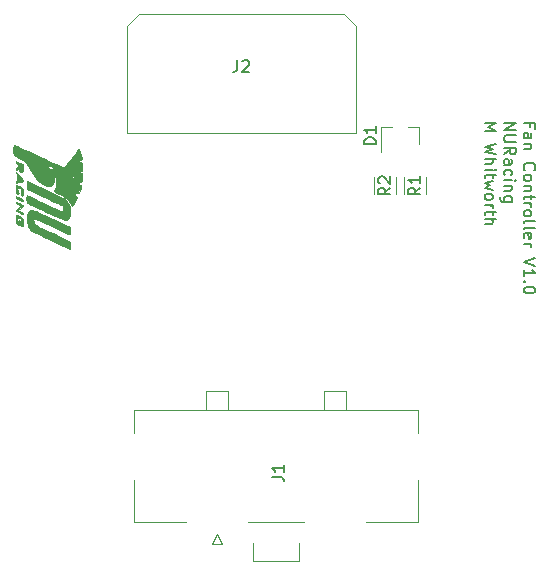
<source format=gbr>
G04 #@! TF.GenerationSoftware,KiCad,Pcbnew,(5.1.6)-1*
G04 #@! TF.CreationDate,2021-06-25T13:56:25+10:00*
G04 #@! TF.ProjectId,Fan Controller,46616e20-436f-46e7-9472-6f6c6c65722e,rev?*
G04 #@! TF.SameCoordinates,Original*
G04 #@! TF.FileFunction,Legend,Top*
G04 #@! TF.FilePolarity,Positive*
%FSLAX46Y46*%
G04 Gerber Fmt 4.6, Leading zero omitted, Abs format (unit mm)*
G04 Created by KiCad (PCBNEW (5.1.6)-1) date 2021-06-25 13:56:25*
%MOMM*%
%LPD*%
G01*
G04 APERTURE LIST*
%ADD10C,0.150000*%
%ADD11C,0.010000*%
%ADD12C,0.120000*%
G04 APERTURE END LIST*
D10*
X156788428Y-88552928D02*
X156788428Y-88219595D01*
X156264619Y-88219595D02*
X157264619Y-88219595D01*
X157264619Y-88695785D01*
X156264619Y-89505309D02*
X156788428Y-89505309D01*
X156883666Y-89457690D01*
X156931285Y-89362452D01*
X156931285Y-89171976D01*
X156883666Y-89076738D01*
X156312238Y-89505309D02*
X156264619Y-89410071D01*
X156264619Y-89171976D01*
X156312238Y-89076738D01*
X156407476Y-89029119D01*
X156502714Y-89029119D01*
X156597952Y-89076738D01*
X156645571Y-89171976D01*
X156645571Y-89410071D01*
X156693190Y-89505309D01*
X156931285Y-89981500D02*
X156264619Y-89981500D01*
X156836047Y-89981500D02*
X156883666Y-90029119D01*
X156931285Y-90124357D01*
X156931285Y-90267214D01*
X156883666Y-90362452D01*
X156788428Y-90410071D01*
X156264619Y-90410071D01*
X156359857Y-92219595D02*
X156312238Y-92171976D01*
X156264619Y-92029119D01*
X156264619Y-91933880D01*
X156312238Y-91791023D01*
X156407476Y-91695785D01*
X156502714Y-91648166D01*
X156693190Y-91600547D01*
X156836047Y-91600547D01*
X157026523Y-91648166D01*
X157121761Y-91695785D01*
X157217000Y-91791023D01*
X157264619Y-91933880D01*
X157264619Y-92029119D01*
X157217000Y-92171976D01*
X157169380Y-92219595D01*
X156264619Y-92791023D02*
X156312238Y-92695785D01*
X156359857Y-92648166D01*
X156455095Y-92600547D01*
X156740809Y-92600547D01*
X156836047Y-92648166D01*
X156883666Y-92695785D01*
X156931285Y-92791023D01*
X156931285Y-92933880D01*
X156883666Y-93029119D01*
X156836047Y-93076738D01*
X156740809Y-93124357D01*
X156455095Y-93124357D01*
X156359857Y-93076738D01*
X156312238Y-93029119D01*
X156264619Y-92933880D01*
X156264619Y-92791023D01*
X156931285Y-93552928D02*
X156264619Y-93552928D01*
X156836047Y-93552928D02*
X156883666Y-93600547D01*
X156931285Y-93695785D01*
X156931285Y-93838642D01*
X156883666Y-93933880D01*
X156788428Y-93981500D01*
X156264619Y-93981500D01*
X156931285Y-94314833D02*
X156931285Y-94695785D01*
X157264619Y-94457690D02*
X156407476Y-94457690D01*
X156312238Y-94505309D01*
X156264619Y-94600547D01*
X156264619Y-94695785D01*
X156264619Y-95029119D02*
X156931285Y-95029119D01*
X156740809Y-95029119D02*
X156836047Y-95076738D01*
X156883666Y-95124357D01*
X156931285Y-95219595D01*
X156931285Y-95314833D01*
X156264619Y-95791023D02*
X156312238Y-95695785D01*
X156359857Y-95648166D01*
X156455095Y-95600547D01*
X156740809Y-95600547D01*
X156836047Y-95648166D01*
X156883666Y-95695785D01*
X156931285Y-95791023D01*
X156931285Y-95933880D01*
X156883666Y-96029119D01*
X156836047Y-96076738D01*
X156740809Y-96124357D01*
X156455095Y-96124357D01*
X156359857Y-96076738D01*
X156312238Y-96029119D01*
X156264619Y-95933880D01*
X156264619Y-95791023D01*
X156264619Y-96695785D02*
X156312238Y-96600547D01*
X156407476Y-96552928D01*
X157264619Y-96552928D01*
X156264619Y-97219595D02*
X156312238Y-97124357D01*
X156407476Y-97076738D01*
X157264619Y-97076738D01*
X156312238Y-97981500D02*
X156264619Y-97886261D01*
X156264619Y-97695785D01*
X156312238Y-97600547D01*
X156407476Y-97552928D01*
X156788428Y-97552928D01*
X156883666Y-97600547D01*
X156931285Y-97695785D01*
X156931285Y-97886261D01*
X156883666Y-97981500D01*
X156788428Y-98029119D01*
X156693190Y-98029119D01*
X156597952Y-97552928D01*
X156264619Y-98457690D02*
X156931285Y-98457690D01*
X156740809Y-98457690D02*
X156836047Y-98505309D01*
X156883666Y-98552928D01*
X156931285Y-98648166D01*
X156931285Y-98743404D01*
X157264619Y-99695785D02*
X156264619Y-100029119D01*
X157264619Y-100362452D01*
X156264619Y-101219595D02*
X156264619Y-100648166D01*
X156264619Y-100933880D02*
X157264619Y-100933880D01*
X157121761Y-100838642D01*
X157026523Y-100743404D01*
X156978904Y-100648166D01*
X156359857Y-101648166D02*
X156312238Y-101695785D01*
X156264619Y-101648166D01*
X156312238Y-101600547D01*
X156359857Y-101648166D01*
X156264619Y-101648166D01*
X157264619Y-102314833D02*
X157264619Y-102410071D01*
X157217000Y-102505309D01*
X157169380Y-102552928D01*
X157074142Y-102600547D01*
X156883666Y-102648166D01*
X156645571Y-102648166D01*
X156455095Y-102600547D01*
X156359857Y-102552928D01*
X156312238Y-102505309D01*
X156264619Y-102410071D01*
X156264619Y-102314833D01*
X156312238Y-102219595D01*
X156359857Y-102171976D01*
X156455095Y-102124357D01*
X156645571Y-102076738D01*
X156883666Y-102076738D01*
X157074142Y-102124357D01*
X157169380Y-102171976D01*
X157217000Y-102219595D01*
X157264619Y-102314833D01*
X154614619Y-88219595D02*
X155614619Y-88219595D01*
X154614619Y-88791023D01*
X155614619Y-88791023D01*
X155614619Y-89267214D02*
X154805095Y-89267214D01*
X154709857Y-89314833D01*
X154662238Y-89362452D01*
X154614619Y-89457690D01*
X154614619Y-89648166D01*
X154662238Y-89743404D01*
X154709857Y-89791023D01*
X154805095Y-89838642D01*
X155614619Y-89838642D01*
X154614619Y-90886261D02*
X155090809Y-90552928D01*
X154614619Y-90314833D02*
X155614619Y-90314833D01*
X155614619Y-90695785D01*
X155567000Y-90791023D01*
X155519380Y-90838642D01*
X155424142Y-90886261D01*
X155281285Y-90886261D01*
X155186047Y-90838642D01*
X155138428Y-90791023D01*
X155090809Y-90695785D01*
X155090809Y-90314833D01*
X154614619Y-91743404D02*
X155138428Y-91743404D01*
X155233666Y-91695785D01*
X155281285Y-91600547D01*
X155281285Y-91410071D01*
X155233666Y-91314833D01*
X154662238Y-91743404D02*
X154614619Y-91648166D01*
X154614619Y-91410071D01*
X154662238Y-91314833D01*
X154757476Y-91267214D01*
X154852714Y-91267214D01*
X154947952Y-91314833D01*
X154995571Y-91410071D01*
X154995571Y-91648166D01*
X155043190Y-91743404D01*
X154662238Y-92648166D02*
X154614619Y-92552928D01*
X154614619Y-92362452D01*
X154662238Y-92267214D01*
X154709857Y-92219595D01*
X154805095Y-92171976D01*
X155090809Y-92171976D01*
X155186047Y-92219595D01*
X155233666Y-92267214D01*
X155281285Y-92362452D01*
X155281285Y-92552928D01*
X155233666Y-92648166D01*
X154614619Y-93076738D02*
X155281285Y-93076738D01*
X155614619Y-93076738D02*
X155567000Y-93029119D01*
X155519380Y-93076738D01*
X155567000Y-93124357D01*
X155614619Y-93076738D01*
X155519380Y-93076738D01*
X155281285Y-93552928D02*
X154614619Y-93552928D01*
X155186047Y-93552928D02*
X155233666Y-93600547D01*
X155281285Y-93695785D01*
X155281285Y-93838642D01*
X155233666Y-93933880D01*
X155138428Y-93981500D01*
X154614619Y-93981500D01*
X155281285Y-94886261D02*
X154471761Y-94886261D01*
X154376523Y-94838642D01*
X154328904Y-94791023D01*
X154281285Y-94695785D01*
X154281285Y-94552928D01*
X154328904Y-94457690D01*
X154662238Y-94886261D02*
X154614619Y-94791023D01*
X154614619Y-94600547D01*
X154662238Y-94505309D01*
X154709857Y-94457690D01*
X154805095Y-94410071D01*
X155090809Y-94410071D01*
X155186047Y-94457690D01*
X155233666Y-94505309D01*
X155281285Y-94600547D01*
X155281285Y-94791023D01*
X155233666Y-94886261D01*
X152964619Y-88219595D02*
X153964619Y-88219595D01*
X153250333Y-88552928D01*
X153964619Y-88886261D01*
X152964619Y-88886261D01*
X153964619Y-90029119D02*
X152964619Y-90267214D01*
X153678904Y-90457690D01*
X152964619Y-90648166D01*
X153964619Y-90886261D01*
X152964619Y-91267214D02*
X153964619Y-91267214D01*
X152964619Y-91695785D02*
X153488428Y-91695785D01*
X153583666Y-91648166D01*
X153631285Y-91552928D01*
X153631285Y-91410071D01*
X153583666Y-91314833D01*
X153536047Y-91267214D01*
X152964619Y-92171976D02*
X153631285Y-92171976D01*
X153964619Y-92171976D02*
X153917000Y-92124357D01*
X153869380Y-92171976D01*
X153917000Y-92219595D01*
X153964619Y-92171976D01*
X153869380Y-92171976D01*
X153631285Y-92505309D02*
X153631285Y-92886261D01*
X153964619Y-92648166D02*
X153107476Y-92648166D01*
X153012238Y-92695785D01*
X152964619Y-92791023D01*
X152964619Y-92886261D01*
X153631285Y-93124357D02*
X152964619Y-93314833D01*
X153440809Y-93505309D01*
X152964619Y-93695785D01*
X153631285Y-93886261D01*
X152964619Y-94410071D02*
X153012238Y-94314833D01*
X153059857Y-94267214D01*
X153155095Y-94219595D01*
X153440809Y-94219595D01*
X153536047Y-94267214D01*
X153583666Y-94314833D01*
X153631285Y-94410071D01*
X153631285Y-94552928D01*
X153583666Y-94648166D01*
X153536047Y-94695785D01*
X153440809Y-94743404D01*
X153155095Y-94743404D01*
X153059857Y-94695785D01*
X153012238Y-94648166D01*
X152964619Y-94552928D01*
X152964619Y-94410071D01*
X152964619Y-95171976D02*
X153631285Y-95171976D01*
X153440809Y-95171976D02*
X153536047Y-95219595D01*
X153583666Y-95267214D01*
X153631285Y-95362452D01*
X153631285Y-95457690D01*
X153631285Y-95648166D02*
X153631285Y-96029119D01*
X153964619Y-95791023D02*
X153107476Y-95791023D01*
X153012238Y-95838642D01*
X152964619Y-95933880D01*
X152964619Y-96029119D01*
X152964619Y-96362452D02*
X153964619Y-96362452D01*
X152964619Y-96791023D02*
X153488428Y-96791023D01*
X153583666Y-96743404D01*
X153631285Y-96648166D01*
X153631285Y-96505309D01*
X153583666Y-96410071D01*
X153536047Y-96362452D01*
D11*
G36*
X118893167Y-92300503D02*
G01*
X118596833Y-92400291D01*
X118755584Y-92457816D01*
X118853193Y-92498960D01*
X118899010Y-92548465D01*
X118911920Y-92636549D01*
X118911894Y-92707921D01*
X118903126Y-92873419D01*
X118884539Y-93038501D01*
X118879627Y-93068597D01*
X118854417Y-93174188D01*
X118810185Y-93230084D01*
X118720085Y-93261679D01*
X118662835Y-93273667D01*
X118475870Y-93310641D01*
X118631602Y-93399641D01*
X118716595Y-93453549D01*
X118763538Y-93508255D01*
X118774638Y-93582837D01*
X118752104Y-93696369D01*
X118698144Y-93867929D01*
X118688989Y-93895333D01*
X118596833Y-94170500D01*
X118411240Y-94183795D01*
X118225647Y-94197089D01*
X118488609Y-94468397D01*
X118271155Y-94859199D01*
X118179489Y-95019657D01*
X118101533Y-95148184D01*
X118046905Y-95229393D01*
X118026855Y-95250000D01*
X117997000Y-95214256D01*
X117955473Y-95125136D01*
X117942659Y-95091401D01*
X117884487Y-94985522D01*
X117782234Y-94848908D01*
X117655260Y-94706891D01*
X117627164Y-94678651D01*
X117491832Y-94553784D01*
X117357862Y-94452533D01*
X117201523Y-94359835D01*
X116999082Y-94260624D01*
X116893349Y-94212833D01*
X116695865Y-94123940D01*
X116565814Y-94061263D01*
X116492854Y-94017566D01*
X116466641Y-93985609D01*
X116476833Y-93958154D01*
X116500181Y-93937667D01*
X116609424Y-93803522D01*
X116679528Y-93608427D01*
X116708429Y-93367550D01*
X116694063Y-93096060D01*
X116647317Y-92856477D01*
X116608714Y-92724992D01*
X116571050Y-92622586D01*
X116540621Y-92561261D01*
X116523726Y-92553018D01*
X116526661Y-92609860D01*
X116531107Y-92634999D01*
X116534914Y-92725824D01*
X116526838Y-92870195D01*
X116508627Y-93038098D01*
X116506880Y-93050959D01*
X116478624Y-93223666D01*
X116445020Y-93337841D01*
X116395631Y-93419464D01*
X116333529Y-93482583D01*
X116201390Y-93568804D01*
X116054277Y-93594964D01*
X115877415Y-93560784D01*
X115663862Y-93469912D01*
X115426505Y-93317707D01*
X115179091Y-93098443D01*
X114934839Y-92826467D01*
X114706968Y-92516125D01*
X114554000Y-92265447D01*
X114328129Y-91903460D01*
X114093513Y-91615846D01*
X113840129Y-91392324D01*
X113557954Y-91222610D01*
X113519995Y-91204591D01*
X113353564Y-91123169D01*
X113246838Y-91056014D01*
X113180242Y-90987685D01*
X113134198Y-90902736D01*
X113132596Y-90898987D01*
X113072407Y-90705146D01*
X113045839Y-90503312D01*
X113054571Y-90322512D01*
X113092446Y-90204455D01*
X113156870Y-90090743D01*
X113409028Y-90207528D01*
X113409028Y-90432615D01*
X113306310Y-90448663D01*
X113304844Y-90449030D01*
X113229804Y-90473599D01*
X113229546Y-90498387D01*
X113259732Y-90517935D01*
X113352153Y-90529756D01*
X113393073Y-90505978D01*
X113438845Y-90452298D01*
X113409028Y-90432615D01*
X113409028Y-90207528D01*
X113506185Y-90252526D01*
X113618435Y-90304698D01*
X113797531Y-90388169D01*
X114033634Y-90498345D01*
X114316908Y-90630632D01*
X114637517Y-90780435D01*
X114985623Y-90943159D01*
X115351390Y-91114210D01*
X115586114Y-91224016D01*
X115923486Y-91381482D01*
X115923486Y-91778667D01*
X115934526Y-91808179D01*
X115986524Y-91883878D01*
X116035667Y-91948000D01*
X116121517Y-92044958D01*
X116192956Y-92105950D01*
X116219141Y-92116755D01*
X116315701Y-92103478D01*
X116406698Y-92073870D01*
X116456919Y-92040188D01*
X116459000Y-92033263D01*
X116423970Y-92005109D01*
X116335039Y-91955882D01*
X116216447Y-91897106D01*
X116092433Y-91840303D01*
X115987237Y-91796999D01*
X115925097Y-91778717D01*
X115923486Y-91778667D01*
X115923486Y-91381482D01*
X116003300Y-91418735D01*
X116350462Y-91579551D01*
X116633939Y-91709127D01*
X116860070Y-91810130D01*
X117035192Y-91885224D01*
X117165645Y-91937073D01*
X117257767Y-91968344D01*
X117317897Y-91981701D01*
X117352372Y-91979808D01*
X117364114Y-91971549D01*
X117585027Y-91683795D01*
X117800003Y-91407686D01*
X117903785Y-91276278D01*
X117903785Y-92712375D01*
X117760363Y-92723478D01*
X117642526Y-92746030D01*
X117620052Y-92753518D01*
X117545410Y-92790485D01*
X117526758Y-92818202D01*
X117577027Y-92820083D01*
X117662385Y-92795851D01*
X117774773Y-92766728D01*
X117897364Y-92754118D01*
X118002484Y-92758314D01*
X118062457Y-92779605D01*
X118067667Y-92791584D01*
X118037868Y-92839650D01*
X117962013Y-92918058D01*
X117908917Y-92965304D01*
X117827778Y-93038370D01*
X117814119Y-93063467D01*
X117856000Y-93047741D01*
X117984046Y-92974656D01*
X118099187Y-92891881D01*
X118182808Y-92814915D01*
X118216291Y-92759258D01*
X118214128Y-92749574D01*
X118158010Y-92725241D01*
X118045448Y-92712902D01*
X117903785Y-92712375D01*
X117903785Y-91276278D01*
X118002889Y-91150793D01*
X118187531Y-90920683D01*
X118347778Y-90724926D01*
X118477477Y-90571091D01*
X118570475Y-90466746D01*
X118620620Y-90419461D01*
X118627040Y-90417903D01*
X118649113Y-90468717D01*
X118684634Y-90583207D01*
X118728062Y-90742540D01*
X118759810Y-90869073D01*
X118862373Y-91291833D01*
X118715417Y-91382358D01*
X118626191Y-91444355D01*
X118608569Y-91485554D01*
X118666891Y-91517144D01*
X118778344Y-91544569D01*
X118917521Y-91574427D01*
X118893167Y-92300503D01*
G37*
X118893167Y-92300503D02*
X118596833Y-92400291D01*
X118755584Y-92457816D01*
X118853193Y-92498960D01*
X118899010Y-92548465D01*
X118911920Y-92636549D01*
X118911894Y-92707921D01*
X118903126Y-92873419D01*
X118884539Y-93038501D01*
X118879627Y-93068597D01*
X118854417Y-93174188D01*
X118810185Y-93230084D01*
X118720085Y-93261679D01*
X118662835Y-93273667D01*
X118475870Y-93310641D01*
X118631602Y-93399641D01*
X118716595Y-93453549D01*
X118763538Y-93508255D01*
X118774638Y-93582837D01*
X118752104Y-93696369D01*
X118698144Y-93867929D01*
X118688989Y-93895333D01*
X118596833Y-94170500D01*
X118411240Y-94183795D01*
X118225647Y-94197089D01*
X118488609Y-94468397D01*
X118271155Y-94859199D01*
X118179489Y-95019657D01*
X118101533Y-95148184D01*
X118046905Y-95229393D01*
X118026855Y-95250000D01*
X117997000Y-95214256D01*
X117955473Y-95125136D01*
X117942659Y-95091401D01*
X117884487Y-94985522D01*
X117782234Y-94848908D01*
X117655260Y-94706891D01*
X117627164Y-94678651D01*
X117491832Y-94553784D01*
X117357862Y-94452533D01*
X117201523Y-94359835D01*
X116999082Y-94260624D01*
X116893349Y-94212833D01*
X116695865Y-94123940D01*
X116565814Y-94061263D01*
X116492854Y-94017566D01*
X116466641Y-93985609D01*
X116476833Y-93958154D01*
X116500181Y-93937667D01*
X116609424Y-93803522D01*
X116679528Y-93608427D01*
X116708429Y-93367550D01*
X116694063Y-93096060D01*
X116647317Y-92856477D01*
X116608714Y-92724992D01*
X116571050Y-92622586D01*
X116540621Y-92561261D01*
X116523726Y-92553018D01*
X116526661Y-92609860D01*
X116531107Y-92634999D01*
X116534914Y-92725824D01*
X116526838Y-92870195D01*
X116508627Y-93038098D01*
X116506880Y-93050959D01*
X116478624Y-93223666D01*
X116445020Y-93337841D01*
X116395631Y-93419464D01*
X116333529Y-93482583D01*
X116201390Y-93568804D01*
X116054277Y-93594964D01*
X115877415Y-93560784D01*
X115663862Y-93469912D01*
X115426505Y-93317707D01*
X115179091Y-93098443D01*
X114934839Y-92826467D01*
X114706968Y-92516125D01*
X114554000Y-92265447D01*
X114328129Y-91903460D01*
X114093513Y-91615846D01*
X113840129Y-91392324D01*
X113557954Y-91222610D01*
X113519995Y-91204591D01*
X113353564Y-91123169D01*
X113246838Y-91056014D01*
X113180242Y-90987685D01*
X113134198Y-90902736D01*
X113132596Y-90898987D01*
X113072407Y-90705146D01*
X113045839Y-90503312D01*
X113054571Y-90322512D01*
X113092446Y-90204455D01*
X113156870Y-90090743D01*
X113409028Y-90207528D01*
X113409028Y-90432615D01*
X113306310Y-90448663D01*
X113304844Y-90449030D01*
X113229804Y-90473599D01*
X113229546Y-90498387D01*
X113259732Y-90517935D01*
X113352153Y-90529756D01*
X113393073Y-90505978D01*
X113438845Y-90452298D01*
X113409028Y-90432615D01*
X113409028Y-90207528D01*
X113506185Y-90252526D01*
X113618435Y-90304698D01*
X113797531Y-90388169D01*
X114033634Y-90498345D01*
X114316908Y-90630632D01*
X114637517Y-90780435D01*
X114985623Y-90943159D01*
X115351390Y-91114210D01*
X115586114Y-91224016D01*
X115923486Y-91381482D01*
X115923486Y-91778667D01*
X115934526Y-91808179D01*
X115986524Y-91883878D01*
X116035667Y-91948000D01*
X116121517Y-92044958D01*
X116192956Y-92105950D01*
X116219141Y-92116755D01*
X116315701Y-92103478D01*
X116406698Y-92073870D01*
X116456919Y-92040188D01*
X116459000Y-92033263D01*
X116423970Y-92005109D01*
X116335039Y-91955882D01*
X116216447Y-91897106D01*
X116092433Y-91840303D01*
X115987237Y-91796999D01*
X115925097Y-91778717D01*
X115923486Y-91778667D01*
X115923486Y-91381482D01*
X116003300Y-91418735D01*
X116350462Y-91579551D01*
X116633939Y-91709127D01*
X116860070Y-91810130D01*
X117035192Y-91885224D01*
X117165645Y-91937073D01*
X117257767Y-91968344D01*
X117317897Y-91981701D01*
X117352372Y-91979808D01*
X117364114Y-91971549D01*
X117585027Y-91683795D01*
X117800003Y-91407686D01*
X117903785Y-91276278D01*
X117903785Y-92712375D01*
X117760363Y-92723478D01*
X117642526Y-92746030D01*
X117620052Y-92753518D01*
X117545410Y-92790485D01*
X117526758Y-92818202D01*
X117577027Y-92820083D01*
X117662385Y-92795851D01*
X117774773Y-92766728D01*
X117897364Y-92754118D01*
X118002484Y-92758314D01*
X118062457Y-92779605D01*
X118067667Y-92791584D01*
X118037868Y-92839650D01*
X117962013Y-92918058D01*
X117908917Y-92965304D01*
X117827778Y-93038370D01*
X117814119Y-93063467D01*
X117856000Y-93047741D01*
X117984046Y-92974656D01*
X118099187Y-92891881D01*
X118182808Y-92814915D01*
X118216291Y-92759258D01*
X118214128Y-92749574D01*
X118158010Y-92725241D01*
X118045448Y-92712902D01*
X117903785Y-92712375D01*
X117903785Y-91276278D01*
X118002889Y-91150793D01*
X118187531Y-90920683D01*
X118347778Y-90724926D01*
X118477477Y-90571091D01*
X118570475Y-90466746D01*
X118620620Y-90419461D01*
X118627040Y-90417903D01*
X118649113Y-90468717D01*
X118684634Y-90583207D01*
X118728062Y-90742540D01*
X118759810Y-90869073D01*
X118862373Y-91291833D01*
X118715417Y-91382358D01*
X118626191Y-91444355D01*
X118608569Y-91485554D01*
X118666891Y-91517144D01*
X118778344Y-91544569D01*
X118917521Y-91574427D01*
X118893167Y-92300503D01*
G36*
X113871000Y-92209925D02*
G01*
X113855956Y-92330803D01*
X113834472Y-92391928D01*
X113831927Y-92393987D01*
X113735185Y-92409695D01*
X113628117Y-92366080D01*
X113541019Y-92278103D01*
X113521260Y-92240560D01*
X113480430Y-92158498D01*
X113446734Y-92146208D01*
X113412907Y-92178535D01*
X113341524Y-92238546D01*
X113297007Y-92219181D01*
X113284000Y-92139476D01*
X113323308Y-92027621D01*
X113389833Y-91965274D01*
X113466426Y-91889938D01*
X113495667Y-91815224D01*
X113460125Y-91738392D01*
X113389833Y-91686297D01*
X113311354Y-91624774D01*
X113284000Y-91560205D01*
X113290948Y-91495061D01*
X113299311Y-91482333D01*
X113342469Y-91498525D01*
X113442107Y-91541234D01*
X113577757Y-91601658D01*
X113595645Y-91609755D01*
X113645910Y-91632546D01*
X113645910Y-91802881D01*
X113629002Y-91846611D01*
X113628673Y-91952738D01*
X113631055Y-91998075D01*
X113648492Y-92133034D01*
X113678725Y-92217629D01*
X113696750Y-92233950D01*
X113732111Y-92211583D01*
X113750560Y-92133427D01*
X113752902Y-92026487D01*
X113739939Y-91917766D01*
X113712477Y-91834268D01*
X113683971Y-91804849D01*
X113645910Y-91802881D01*
X113645910Y-91632546D01*
X113876667Y-91737176D01*
X113876667Y-92051756D01*
X113871000Y-92209925D01*
G37*
X113871000Y-92209925D02*
X113855956Y-92330803D01*
X113834472Y-92391928D01*
X113831927Y-92393987D01*
X113735185Y-92409695D01*
X113628117Y-92366080D01*
X113541019Y-92278103D01*
X113521260Y-92240560D01*
X113480430Y-92158498D01*
X113446734Y-92146208D01*
X113412907Y-92178535D01*
X113341524Y-92238546D01*
X113297007Y-92219181D01*
X113284000Y-92139476D01*
X113323308Y-92027621D01*
X113389833Y-91965274D01*
X113466426Y-91889938D01*
X113495667Y-91815224D01*
X113460125Y-91738392D01*
X113389833Y-91686297D01*
X113311354Y-91624774D01*
X113284000Y-91560205D01*
X113290948Y-91495061D01*
X113299311Y-91482333D01*
X113342469Y-91498525D01*
X113442107Y-91541234D01*
X113577757Y-91601658D01*
X113595645Y-91609755D01*
X113645910Y-91632546D01*
X113645910Y-91802881D01*
X113629002Y-91846611D01*
X113628673Y-91952738D01*
X113631055Y-91998075D01*
X113648492Y-92133034D01*
X113678725Y-92217629D01*
X113696750Y-92233950D01*
X113732111Y-92211583D01*
X113750560Y-92133427D01*
X113752902Y-92026487D01*
X113739939Y-91917766D01*
X113712477Y-91834268D01*
X113683971Y-91804849D01*
X113645910Y-91802881D01*
X113645910Y-91632546D01*
X113876667Y-91737176D01*
X113876667Y-92051756D01*
X113871000Y-92209925D01*
G36*
X113844608Y-93151632D02*
G01*
X113742519Y-93193851D01*
X113634337Y-93219971D01*
X113493255Y-93250812D01*
X113382486Y-93277815D01*
X113338003Y-93291002D01*
X113294164Y-93275170D01*
X113284000Y-93221200D01*
X113310289Y-93137875D01*
X113347500Y-93106309D01*
X113389079Y-93058475D01*
X113408527Y-92947571D01*
X113411000Y-92858821D01*
X113396591Y-92686541D01*
X113354108Y-92589155D01*
X113347500Y-92583000D01*
X113295478Y-92499295D01*
X113285523Y-92440233D01*
X113290664Y-92384818D01*
X113314348Y-92387590D01*
X113373184Y-92452199D01*
X113380773Y-92461173D01*
X113456787Y-92550369D01*
X113538000Y-92644909D01*
X113538000Y-92822241D01*
X113538000Y-92935454D01*
X113552946Y-93019689D01*
X113613589Y-93047523D01*
X113643833Y-93048667D01*
X113723493Y-93043932D01*
X113749667Y-93034879D01*
X113722163Y-92999794D01*
X113654847Y-92932087D01*
X113643833Y-92921667D01*
X113538000Y-92822241D01*
X113538000Y-92644909D01*
X113564467Y-92675720D01*
X113675583Y-92804404D01*
X113774732Y-92927613D01*
X113846558Y-93033471D01*
X113876514Y-93100365D01*
X113876667Y-93103146D01*
X113844608Y-93151632D01*
G37*
X113844608Y-93151632D02*
X113742519Y-93193851D01*
X113634337Y-93219971D01*
X113493255Y-93250812D01*
X113382486Y-93277815D01*
X113338003Y-93291002D01*
X113294164Y-93275170D01*
X113284000Y-93221200D01*
X113310289Y-93137875D01*
X113347500Y-93106309D01*
X113389079Y-93058475D01*
X113408527Y-92947571D01*
X113411000Y-92858821D01*
X113396591Y-92686541D01*
X113354108Y-92589155D01*
X113347500Y-92583000D01*
X113295478Y-92499295D01*
X113285523Y-92440233D01*
X113290664Y-92384818D01*
X113314348Y-92387590D01*
X113373184Y-92452199D01*
X113380773Y-92461173D01*
X113456787Y-92550369D01*
X113538000Y-92644909D01*
X113538000Y-92822241D01*
X113538000Y-92935454D01*
X113552946Y-93019689D01*
X113613589Y-93047523D01*
X113643833Y-93048667D01*
X113723493Y-93043932D01*
X113749667Y-93034879D01*
X113722163Y-92999794D01*
X113654847Y-92932087D01*
X113643833Y-92921667D01*
X113538000Y-92822241D01*
X113538000Y-92644909D01*
X113564467Y-92675720D01*
X113675583Y-92804404D01*
X113774732Y-92927613D01*
X113846558Y-93033471D01*
X113876514Y-93100365D01*
X113876667Y-93103146D01*
X113844608Y-93151632D01*
G36*
X113868459Y-94129930D02*
G01*
X113857627Y-94271774D01*
X113838769Y-94348158D01*
X113804453Y-94378288D01*
X113770833Y-94382167D01*
X113695786Y-94348058D01*
X113672023Y-94282218D01*
X113675148Y-94212739D01*
X113703773Y-94210633D01*
X113733926Y-94192829D01*
X113748311Y-94092197D01*
X113749667Y-94025919D01*
X113744519Y-93895125D01*
X113720293Y-93819507D01*
X113663818Y-93769780D01*
X113624769Y-93748254D01*
X113525809Y-93703521D01*
X113457356Y-93683720D01*
X113455436Y-93683667D01*
X113424695Y-93719999D01*
X113412192Y-93809501D01*
X113416751Y-93922934D01*
X113437197Y-94031057D01*
X113472355Y-94104630D01*
X113472359Y-94104633D01*
X113515133Y-94185903D01*
X113492186Y-94235774D01*
X113421704Y-94234159D01*
X113377155Y-94209780D01*
X113328313Y-94165380D01*
X113300127Y-94102919D01*
X113287167Y-94000366D01*
X113284001Y-93835691D01*
X113284000Y-93831931D01*
X113288770Y-93677403D01*
X113301358Y-93558543D01*
X113319181Y-93498324D01*
X113321780Y-93495981D01*
X113377686Y-93499536D01*
X113484758Y-93532369D01*
X113595889Y-93577147D01*
X113731219Y-93644383D01*
X113815836Y-93714741D01*
X113859933Y-93808893D01*
X113873703Y-93947510D01*
X113868459Y-94129930D01*
G37*
X113868459Y-94129930D02*
X113857627Y-94271774D01*
X113838769Y-94348158D01*
X113804453Y-94378288D01*
X113770833Y-94382167D01*
X113695786Y-94348058D01*
X113672023Y-94282218D01*
X113675148Y-94212739D01*
X113703773Y-94210633D01*
X113733926Y-94192829D01*
X113748311Y-94092197D01*
X113749667Y-94025919D01*
X113744519Y-93895125D01*
X113720293Y-93819507D01*
X113663818Y-93769780D01*
X113624769Y-93748254D01*
X113525809Y-93703521D01*
X113457356Y-93683720D01*
X113455436Y-93683667D01*
X113424695Y-93719999D01*
X113412192Y-93809501D01*
X113416751Y-93922934D01*
X113437197Y-94031057D01*
X113472355Y-94104630D01*
X113472359Y-94104633D01*
X113515133Y-94185903D01*
X113492186Y-94235774D01*
X113421704Y-94234159D01*
X113377155Y-94209780D01*
X113328313Y-94165380D01*
X113300127Y-94102919D01*
X113287167Y-94000366D01*
X113284001Y-93835691D01*
X113284000Y-93831931D01*
X113288770Y-93677403D01*
X113301358Y-93558543D01*
X113319181Y-93498324D01*
X113321780Y-93495981D01*
X113377686Y-93499536D01*
X113484758Y-93532369D01*
X113595889Y-93577147D01*
X113731219Y-93644383D01*
X113815836Y-93714741D01*
X113859933Y-93808893D01*
X113873703Y-93947510D01*
X113868459Y-94129930D01*
G36*
X113869327Y-94830434D02*
G01*
X113835936Y-94838068D01*
X113759432Y-94813394D01*
X113633250Y-94758731D01*
X113496844Y-94697831D01*
X113387811Y-94649683D01*
X113336917Y-94627736D01*
X113301467Y-94583773D01*
X113282854Y-94513090D01*
X113288335Y-94456285D01*
X113304365Y-94445667D01*
X113349565Y-94463058D01*
X113449800Y-94508912D01*
X113584418Y-94573742D01*
X113600699Y-94581753D01*
X113772098Y-94677246D01*
X113861762Y-94754528D01*
X113876667Y-94792885D01*
X113869327Y-94830434D01*
G37*
X113869327Y-94830434D02*
X113835936Y-94838068D01*
X113759432Y-94813394D01*
X113633250Y-94758731D01*
X113496844Y-94697831D01*
X113387811Y-94649683D01*
X113336917Y-94627736D01*
X113301467Y-94583773D01*
X113282854Y-94513090D01*
X113288335Y-94456285D01*
X113304365Y-94445667D01*
X113349565Y-94463058D01*
X113449800Y-94508912D01*
X113584418Y-94573742D01*
X113600699Y-94581753D01*
X113772098Y-94677246D01*
X113861762Y-94754528D01*
X113876667Y-94792885D01*
X113869327Y-94830434D01*
G36*
X113839627Y-95927192D02*
G01*
X113833126Y-95927333D01*
X113757825Y-95907447D01*
X113645044Y-95856668D01*
X113518037Y-95788315D01*
X113400055Y-95715705D01*
X113314353Y-95652156D01*
X113284000Y-95612822D01*
X113313843Y-95555107D01*
X113391329Y-95465404D01*
X113478743Y-95382109D01*
X113673487Y-95210689D01*
X113478743Y-95116076D01*
X113367090Y-95049391D01*
X113296980Y-94983889D01*
X113278567Y-94933321D01*
X113322006Y-94911436D01*
X113327541Y-94911333D01*
X113389167Y-94929343D01*
X113494049Y-94975241D01*
X113618681Y-95036835D01*
X113739562Y-95101928D01*
X113833185Y-95158327D01*
X113876048Y-95193837D01*
X113876667Y-95196238D01*
X113849098Y-95239329D01*
X113776953Y-95323265D01*
X113679719Y-95425880D01*
X113482770Y-95625835D01*
X113679719Y-95721520D01*
X113792245Y-95788521D01*
X113863156Y-95854191D01*
X113882326Y-95904944D01*
X113839627Y-95927192D01*
G37*
X113839627Y-95927192D02*
X113833126Y-95927333D01*
X113757825Y-95907447D01*
X113645044Y-95856668D01*
X113518037Y-95788315D01*
X113400055Y-95715705D01*
X113314353Y-95652156D01*
X113284000Y-95612822D01*
X113313843Y-95555107D01*
X113391329Y-95465404D01*
X113478743Y-95382109D01*
X113673487Y-95210689D01*
X113478743Y-95116076D01*
X113367090Y-95049391D01*
X113296980Y-94983889D01*
X113278567Y-94933321D01*
X113322006Y-94911436D01*
X113327541Y-94911333D01*
X113389167Y-94929343D01*
X113494049Y-94975241D01*
X113618681Y-95036835D01*
X113739562Y-95101928D01*
X113833185Y-95158327D01*
X113876048Y-95193837D01*
X113876667Y-95196238D01*
X113849098Y-95239329D01*
X113776953Y-95323265D01*
X113679719Y-95425880D01*
X113482770Y-95625835D01*
X113679719Y-95721520D01*
X113792245Y-95788521D01*
X113863156Y-95854191D01*
X113882326Y-95904944D01*
X113839627Y-95927192D01*
G36*
X113867925Y-96657792D02*
G01*
X113857370Y-96823130D01*
X113839463Y-96920589D01*
X113809869Y-96966903D01*
X113785258Y-96976999D01*
X113750937Y-96974753D01*
X113732457Y-96941083D01*
X113727556Y-96860187D01*
X113733976Y-96716264D01*
X113738390Y-96649364D01*
X113746683Y-96491712D01*
X113748158Y-96372677D01*
X113742739Y-96312125D01*
X113739719Y-96308333D01*
X113690075Y-96293473D01*
X113594157Y-96256553D01*
X113564337Y-96244265D01*
X113411000Y-96180197D01*
X113411000Y-96434765D01*
X113415858Y-96582438D01*
X113433081Y-96661804D01*
X113466647Y-96688804D01*
X113474500Y-96689333D01*
X113525572Y-96652533D01*
X113538000Y-96583500D01*
X113552491Y-96503942D01*
X113580333Y-96477667D01*
X113604482Y-96515740D01*
X113619810Y-96613088D01*
X113622667Y-96689333D01*
X113616954Y-96810062D01*
X113602349Y-96886627D01*
X113590917Y-96900842D01*
X113537133Y-96880517D01*
X113444428Y-96830469D01*
X113421583Y-96816797D01*
X113284000Y-96732911D01*
X113284000Y-96372455D01*
X113287263Y-96188524D01*
X113298451Y-96076048D01*
X113319661Y-96022017D01*
X113342119Y-96012000D01*
X113441221Y-96033490D01*
X113571110Y-96087390D01*
X113701273Y-96157849D01*
X113801197Y-96229014D01*
X113835612Y-96268390D01*
X113856273Y-96351205D01*
X113867924Y-96489067D01*
X113868128Y-96652613D01*
X113867925Y-96657792D01*
G37*
X113867925Y-96657792D02*
X113857370Y-96823130D01*
X113839463Y-96920589D01*
X113809869Y-96966903D01*
X113785258Y-96976999D01*
X113750937Y-96974753D01*
X113732457Y-96941083D01*
X113727556Y-96860187D01*
X113733976Y-96716264D01*
X113738390Y-96649364D01*
X113746683Y-96491712D01*
X113748158Y-96372677D01*
X113742739Y-96312125D01*
X113739719Y-96308333D01*
X113690075Y-96293473D01*
X113594157Y-96256553D01*
X113564337Y-96244265D01*
X113411000Y-96180197D01*
X113411000Y-96434765D01*
X113415858Y-96582438D01*
X113433081Y-96661804D01*
X113466647Y-96688804D01*
X113474500Y-96689333D01*
X113525572Y-96652533D01*
X113538000Y-96583500D01*
X113552491Y-96503942D01*
X113580333Y-96477667D01*
X113604482Y-96515740D01*
X113619810Y-96613088D01*
X113622667Y-96689333D01*
X113616954Y-96810062D01*
X113602349Y-96886627D01*
X113590917Y-96900842D01*
X113537133Y-96880517D01*
X113444428Y-96830469D01*
X113421583Y-96816797D01*
X113284000Y-96732911D01*
X113284000Y-96372455D01*
X113287263Y-96188524D01*
X113298451Y-96076048D01*
X113319661Y-96022017D01*
X113342119Y-96012000D01*
X113441221Y-96033490D01*
X113571110Y-96087390D01*
X113701273Y-96157849D01*
X113801197Y-96229014D01*
X113835612Y-96268390D01*
X113856273Y-96351205D01*
X113867924Y-96489067D01*
X113868128Y-96652613D01*
X113867925Y-96657792D01*
G36*
X117856399Y-95995661D02*
G01*
X117796976Y-96203949D01*
X117694086Y-96344000D01*
X117545468Y-96419282D01*
X117405994Y-96435333D01*
X117350137Y-96418059D01*
X117227869Y-96369329D01*
X117049366Y-96293785D01*
X116824804Y-96196064D01*
X116564358Y-96080809D01*
X116278205Y-95952658D01*
X115976521Y-95816251D01*
X115669482Y-95676229D01*
X115367263Y-95537231D01*
X115080040Y-95403898D01*
X114817990Y-95280868D01*
X114591289Y-95172783D01*
X114410112Y-95084282D01*
X114284635Y-95020005D01*
X114225917Y-94985310D01*
X114202091Y-94929673D01*
X114184560Y-94821832D01*
X114174174Y-94686820D01*
X114171782Y-94549670D01*
X114178233Y-94435418D01*
X114194378Y-94369097D01*
X114204750Y-94361550D01*
X114248843Y-94379025D01*
X114361214Y-94428650D01*
X114533501Y-94506592D01*
X114757340Y-94609018D01*
X115024369Y-94732099D01*
X115326226Y-94872001D01*
X115654546Y-95024893D01*
X115760500Y-95074379D01*
X117284500Y-95786659D01*
X117297565Y-95574081D01*
X117293914Y-95407303D01*
X117254078Y-95289429D01*
X117232514Y-95256878D01*
X117170803Y-95207547D01*
X117036364Y-95128019D01*
X116828174Y-95017773D01*
X116545206Y-94876286D01*
X116186436Y-94703034D01*
X115750838Y-94497494D01*
X115674283Y-94461734D01*
X114194167Y-93771216D01*
X114181728Y-93448128D01*
X114180297Y-93292177D01*
X114188428Y-93183657D01*
X114204661Y-93139623D01*
X114208105Y-93139770D01*
X114253680Y-93160363D01*
X114367652Y-93213030D01*
X114541752Y-93293919D01*
X114767712Y-93399175D01*
X115037262Y-93524945D01*
X115342134Y-93667376D01*
X115674059Y-93822615D01*
X115822898Y-93892278D01*
X116300426Y-94117688D01*
X116700514Y-94310563D01*
X117023047Y-94470845D01*
X117267906Y-94598473D01*
X117434974Y-94693387D01*
X117524132Y-94755528D01*
X117528674Y-94759853D01*
X117708975Y-94998345D01*
X117823391Y-95288012D01*
X117872499Y-95630451D01*
X117874612Y-95715667D01*
X117856399Y-95995661D01*
G37*
X117856399Y-95995661D02*
X117796976Y-96203949D01*
X117694086Y-96344000D01*
X117545468Y-96419282D01*
X117405994Y-96435333D01*
X117350137Y-96418059D01*
X117227869Y-96369329D01*
X117049366Y-96293785D01*
X116824804Y-96196064D01*
X116564358Y-96080809D01*
X116278205Y-95952658D01*
X115976521Y-95816251D01*
X115669482Y-95676229D01*
X115367263Y-95537231D01*
X115080040Y-95403898D01*
X114817990Y-95280868D01*
X114591289Y-95172783D01*
X114410112Y-95084282D01*
X114284635Y-95020005D01*
X114225917Y-94985310D01*
X114202091Y-94929673D01*
X114184560Y-94821832D01*
X114174174Y-94686820D01*
X114171782Y-94549670D01*
X114178233Y-94435418D01*
X114194378Y-94369097D01*
X114204750Y-94361550D01*
X114248843Y-94379025D01*
X114361214Y-94428650D01*
X114533501Y-94506592D01*
X114757340Y-94609018D01*
X115024369Y-94732099D01*
X115326226Y-94872001D01*
X115654546Y-95024893D01*
X115760500Y-95074379D01*
X117284500Y-95786659D01*
X117297565Y-95574081D01*
X117293914Y-95407303D01*
X117254078Y-95289429D01*
X117232514Y-95256878D01*
X117170803Y-95207547D01*
X117036364Y-95128019D01*
X116828174Y-95017773D01*
X116545206Y-94876286D01*
X116186436Y-94703034D01*
X115750838Y-94497494D01*
X115674283Y-94461734D01*
X114194167Y-93771216D01*
X114181728Y-93448128D01*
X114180297Y-93292177D01*
X114188428Y-93183657D01*
X114204661Y-93139623D01*
X114208105Y-93139770D01*
X114253680Y-93160363D01*
X114367652Y-93213030D01*
X114541752Y-93293919D01*
X114767712Y-93399175D01*
X115037262Y-93524945D01*
X115342134Y-93667376D01*
X115674059Y-93822615D01*
X115822898Y-93892278D01*
X116300426Y-94117688D01*
X116700514Y-94310563D01*
X117023047Y-94470845D01*
X117267906Y-94598473D01*
X117434974Y-94693387D01*
X117524132Y-94755528D01*
X117528674Y-94759853D01*
X117708975Y-94998345D01*
X117823391Y-95288012D01*
X117872499Y-95630451D01*
X117874612Y-95715667D01*
X117856399Y-95995661D01*
G36*
X117894198Y-98816309D02*
G01*
X117878733Y-98882965D01*
X117868678Y-98890667D01*
X117825102Y-98873363D01*
X117713061Y-98823961D01*
X117540785Y-98746221D01*
X117316508Y-98643906D01*
X117048460Y-98520776D01*
X116744873Y-98380593D01*
X116413979Y-98227118D01*
X116270594Y-98160417D01*
X115843556Y-97960842D01*
X115486746Y-97791631D01*
X115193231Y-97648296D01*
X114956076Y-97526352D01*
X114768348Y-97421313D01*
X114623112Y-97328693D01*
X114513436Y-97244006D01*
X114432386Y-97162764D01*
X114373027Y-97080484D01*
X114328425Y-96992678D01*
X114291648Y-96894860D01*
X114285379Y-96876012D01*
X114226702Y-96638530D01*
X114195854Y-96385648D01*
X114196085Y-96153421D01*
X114210673Y-96047394D01*
X114284525Y-95834654D01*
X114399480Y-95688769D01*
X114549293Y-95614467D01*
X114727720Y-95616479D01*
X114766348Y-95626472D01*
X114837441Y-95654066D01*
X114975723Y-95713545D01*
X115171812Y-95800664D01*
X115416325Y-95911180D01*
X115699880Y-96040847D01*
X116013096Y-96185421D01*
X116346589Y-96340658D01*
X116396181Y-96363851D01*
X117877167Y-97056903D01*
X117889605Y-97359952D01*
X117891460Y-97534630D01*
X117878740Y-97633163D01*
X117851745Y-97663000D01*
X117803396Y-97645628D01*
X117687008Y-97596096D01*
X117511161Y-97518278D01*
X117284431Y-97416048D01*
X117015398Y-97293279D01*
X116712638Y-97153847D01*
X116384730Y-97001624D01*
X116305133Y-96964500D01*
X115973848Y-96810101D01*
X115666922Y-96667536D01*
X115392729Y-96540658D01*
X115159644Y-96433320D01*
X114976041Y-96349376D01*
X114850294Y-96292681D01*
X114790778Y-96267087D01*
X114787242Y-96266000D01*
X114774914Y-96304093D01*
X114767105Y-96401454D01*
X114765667Y-96476999D01*
X114776028Y-96624799D01*
X114816344Y-96729213D01*
X114882083Y-96810978D01*
X114961934Y-96869960D01*
X115120099Y-96960952D01*
X115356521Y-97083923D01*
X115671142Y-97238845D01*
X116063907Y-97425690D01*
X116395500Y-97580175D01*
X116717419Y-97729527D01*
X117016058Y-97868926D01*
X117282436Y-97994113D01*
X117507572Y-98100833D01*
X117682486Y-98184830D01*
X117798197Y-98241847D01*
X117845417Y-98267379D01*
X117868865Y-98322239D01*
X117886404Y-98429666D01*
X117897097Y-98564556D01*
X117900007Y-98701805D01*
X117894198Y-98816309D01*
G37*
X117894198Y-98816309D02*
X117878733Y-98882965D01*
X117868678Y-98890667D01*
X117825102Y-98873363D01*
X117713061Y-98823961D01*
X117540785Y-98746221D01*
X117316508Y-98643906D01*
X117048460Y-98520776D01*
X116744873Y-98380593D01*
X116413979Y-98227118D01*
X116270594Y-98160417D01*
X115843556Y-97960842D01*
X115486746Y-97791631D01*
X115193231Y-97648296D01*
X114956076Y-97526352D01*
X114768348Y-97421313D01*
X114623112Y-97328693D01*
X114513436Y-97244006D01*
X114432386Y-97162764D01*
X114373027Y-97080484D01*
X114328425Y-96992678D01*
X114291648Y-96894860D01*
X114285379Y-96876012D01*
X114226702Y-96638530D01*
X114195854Y-96385648D01*
X114196085Y-96153421D01*
X114210673Y-96047394D01*
X114284525Y-95834654D01*
X114399480Y-95688769D01*
X114549293Y-95614467D01*
X114727720Y-95616479D01*
X114766348Y-95626472D01*
X114837441Y-95654066D01*
X114975723Y-95713545D01*
X115171812Y-95800664D01*
X115416325Y-95911180D01*
X115699880Y-96040847D01*
X116013096Y-96185421D01*
X116346589Y-96340658D01*
X116396181Y-96363851D01*
X117877167Y-97056903D01*
X117889605Y-97359952D01*
X117891460Y-97534630D01*
X117878740Y-97633163D01*
X117851745Y-97663000D01*
X117803396Y-97645628D01*
X117687008Y-97596096D01*
X117511161Y-97518278D01*
X117284431Y-97416048D01*
X117015398Y-97293279D01*
X116712638Y-97153847D01*
X116384730Y-97001624D01*
X116305133Y-96964500D01*
X115973848Y-96810101D01*
X115666922Y-96667536D01*
X115392729Y-96540658D01*
X115159644Y-96433320D01*
X114976041Y-96349376D01*
X114850294Y-96292681D01*
X114790778Y-96267087D01*
X114787242Y-96266000D01*
X114774914Y-96304093D01*
X114767105Y-96401454D01*
X114765667Y-96476999D01*
X114776028Y-96624799D01*
X114816344Y-96729213D01*
X114882083Y-96810978D01*
X114961934Y-96869960D01*
X115120099Y-96960952D01*
X115356521Y-97083923D01*
X115671142Y-97238845D01*
X116063907Y-97425690D01*
X116395500Y-97580175D01*
X116717419Y-97729527D01*
X117016058Y-97868926D01*
X117282436Y-97994113D01*
X117507572Y-98100833D01*
X117682486Y-98184830D01*
X117798197Y-98241847D01*
X117845417Y-98267379D01*
X117868865Y-98322239D01*
X117886404Y-98429666D01*
X117897097Y-98564556D01*
X117900007Y-98701805D01*
X117894198Y-98816309D01*
D12*
X122680000Y-89111000D02*
X122680000Y-79981000D01*
X122680000Y-79981000D02*
X123680000Y-78981000D01*
X123680000Y-78981000D02*
X141050000Y-78981000D01*
X141050000Y-78981000D02*
X142050000Y-79981000D01*
X142050000Y-79981000D02*
X142050000Y-89111000D01*
X142050000Y-89111000D02*
X122680000Y-89111000D01*
X127642000Y-121973000D02*
X123282000Y-121973000D01*
X123282000Y-121973000D02*
X123282000Y-118473000D01*
X142962000Y-121973000D02*
X147322000Y-121973000D01*
X147322000Y-121973000D02*
X147322000Y-118473000D01*
X123282000Y-114473000D02*
X123282000Y-112553000D01*
X123282000Y-112553000D02*
X135302000Y-112553000D01*
X147322000Y-114473000D02*
X147322000Y-112553000D01*
X147322000Y-112553000D02*
X135302000Y-112553000D01*
X132962000Y-121973000D02*
X137642000Y-121973000D01*
X129392000Y-112553000D02*
X129392000Y-110953000D01*
X129392000Y-110953000D02*
X131212000Y-110953000D01*
X131212000Y-110953000D02*
X131212000Y-112553000D01*
X139392000Y-112553000D02*
X139392000Y-110953000D01*
X139392000Y-110953000D02*
X141212000Y-110953000D01*
X141212000Y-110953000D02*
X141212000Y-112553000D01*
X133392000Y-123773000D02*
X133392000Y-125273000D01*
X133392000Y-125273000D02*
X137212000Y-125273000D01*
X137212000Y-125273000D02*
X137212000Y-123773000D01*
X130302000Y-123033000D02*
X129902000Y-123833000D01*
X129902000Y-123833000D02*
X130702000Y-123833000D01*
X130702000Y-123833000D02*
X130302000Y-123033000D01*
X147376000Y-88521000D02*
X147376000Y-89981000D01*
X144216000Y-88521000D02*
X144216000Y-90681000D01*
X144216000Y-88521000D02*
X145146000Y-88521000D01*
X147376000Y-88521000D02*
X146446000Y-88521000D01*
X146156000Y-92810436D02*
X146156000Y-94264564D01*
X147976000Y-92810436D02*
X147976000Y-94264564D01*
X145436000Y-92810436D02*
X145436000Y-94264564D01*
X143616000Y-92810436D02*
X143616000Y-94264564D01*
D10*
X132031666Y-82891380D02*
X132031666Y-83605666D01*
X131984047Y-83748523D01*
X131888809Y-83843761D01*
X131745952Y-83891380D01*
X131650714Y-83891380D01*
X132460238Y-82986619D02*
X132507857Y-82939000D01*
X132603095Y-82891380D01*
X132841190Y-82891380D01*
X132936428Y-82939000D01*
X132984047Y-82986619D01*
X133031666Y-83081857D01*
X133031666Y-83177095D01*
X132984047Y-83319952D01*
X132412619Y-83891380D01*
X133031666Y-83891380D01*
X134961380Y-118189333D02*
X135675666Y-118189333D01*
X135818523Y-118236952D01*
X135913761Y-118332190D01*
X135961380Y-118475047D01*
X135961380Y-118570285D01*
X135961380Y-117189333D02*
X135961380Y-117760761D01*
X135961380Y-117475047D02*
X134961380Y-117475047D01*
X135104238Y-117570285D01*
X135199476Y-117665523D01*
X135247095Y-117760761D01*
X143748380Y-90019095D02*
X142748380Y-90019095D01*
X142748380Y-89781000D01*
X142796000Y-89638142D01*
X142891238Y-89542904D01*
X142986476Y-89495285D01*
X143176952Y-89447666D01*
X143319809Y-89447666D01*
X143510285Y-89495285D01*
X143605523Y-89542904D01*
X143700761Y-89638142D01*
X143748380Y-89781000D01*
X143748380Y-90019095D01*
X143748380Y-88495285D02*
X143748380Y-89066714D01*
X143748380Y-88781000D02*
X142748380Y-88781000D01*
X142891238Y-88876238D01*
X142986476Y-88971476D01*
X143034095Y-89066714D01*
X147518380Y-93704166D02*
X147042190Y-94037500D01*
X147518380Y-94275595D02*
X146518380Y-94275595D01*
X146518380Y-93894642D01*
X146566000Y-93799404D01*
X146613619Y-93751785D01*
X146708857Y-93704166D01*
X146851714Y-93704166D01*
X146946952Y-93751785D01*
X146994571Y-93799404D01*
X147042190Y-93894642D01*
X147042190Y-94275595D01*
X147518380Y-92751785D02*
X147518380Y-93323214D01*
X147518380Y-93037500D02*
X146518380Y-93037500D01*
X146661238Y-93132738D01*
X146756476Y-93227976D01*
X146804095Y-93323214D01*
X144978380Y-93704166D02*
X144502190Y-94037500D01*
X144978380Y-94275595D02*
X143978380Y-94275595D01*
X143978380Y-93894642D01*
X144026000Y-93799404D01*
X144073619Y-93751785D01*
X144168857Y-93704166D01*
X144311714Y-93704166D01*
X144406952Y-93751785D01*
X144454571Y-93799404D01*
X144502190Y-93894642D01*
X144502190Y-94275595D01*
X144073619Y-93323214D02*
X144026000Y-93275595D01*
X143978380Y-93180357D01*
X143978380Y-92942261D01*
X144026000Y-92847023D01*
X144073619Y-92799404D01*
X144168857Y-92751785D01*
X144264095Y-92751785D01*
X144406952Y-92799404D01*
X144978380Y-93370833D01*
X144978380Y-92751785D01*
M02*

</source>
